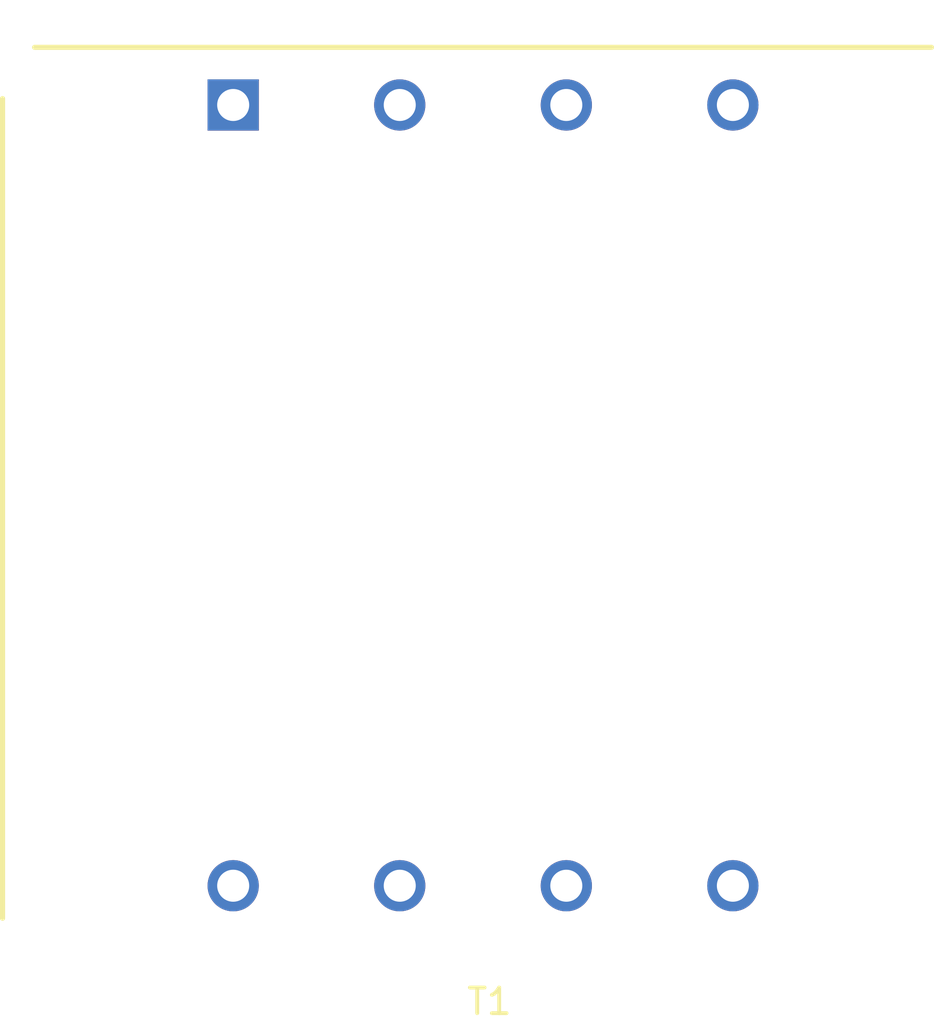
<source format=kicad_pcb>
(kicad_pcb (version 20171130) (host pcbnew "(5.1.5-0-10_14)")

  (general
    (thickness 1.6)
    (drawings 0)
    (tracks 0)
    (zones 0)
    (modules 1)
    (nets 1)
  )

  (page USLetter)
  (title_block
    (title "Pellet Zealot Driver Board")
    (date 2019-12-13)
    (rev v0.0.0)
    (company "Pellet Zealot")
    (comment 1 "Licensed under the Apache License, Version 2.0.")
    (comment 2 "Gabriel Gunderson")
  )

  (layers
    (0 F.Cu signal)
    (31 B.Cu signal)
    (32 B.Adhes user)
    (33 F.Adhes user)
    (34 B.Paste user)
    (35 F.Paste user)
    (36 B.SilkS user)
    (37 F.SilkS user)
    (38 B.Mask user)
    (39 F.Mask user)
    (40 Dwgs.User user)
    (41 Cmts.User user)
    (42 Eco1.User user)
    (43 Eco2.User user)
    (44 Edge.Cuts user)
    (45 Margin user)
    (46 B.CrtYd user)
    (47 F.CrtYd user)
    (48 B.Fab user)
    (49 F.Fab user)
  )

  (setup
    (last_trace_width 0.25)
    (trace_clearance 0.2)
    (zone_clearance 0.508)
    (zone_45_only no)
    (trace_min 0.2)
    (via_size 0.8)
    (via_drill 0.4)
    (via_min_size 0.4)
    (via_min_drill 0.3)
    (uvia_size 0.3)
    (uvia_drill 0.1)
    (uvias_allowed no)
    (uvia_min_size 0.2)
    (uvia_min_drill 0.1)
    (edge_width 0.05)
    (segment_width 0.2)
    (pcb_text_width 0.3)
    (pcb_text_size 1.5 1.5)
    (mod_edge_width 0.12)
    (mod_text_size 1 1)
    (mod_text_width 0.15)
    (pad_size 1.524 1.524)
    (pad_drill 0.762)
    (pad_to_mask_clearance 0.051)
    (solder_mask_min_width 0.25)
    (aux_axis_origin 0 0)
    (visible_elements FFFFFF7F)
    (pcbplotparams
      (layerselection 0x010fc_ffffffff)
      (usegerberextensions false)
      (usegerberattributes false)
      (usegerberadvancedattributes false)
      (creategerberjobfile false)
      (excludeedgelayer true)
      (linewidth 0.100000)
      (plotframeref false)
      (viasonmask false)
      (mode 1)
      (useauxorigin false)
      (hpglpennumber 1)
      (hpglpenspeed 20)
      (hpglpendiameter 15.000000)
      (psnegative false)
      (psa4output false)
      (plotreference true)
      (plotvalue true)
      (plotinvisibletext false)
      (padsonsilk false)
      (subtractmaskfromsilk false)
      (outputformat 1)
      (mirror false)
      (drillshape 1)
      (scaleselection 1)
      (outputdirectory ""))
  )

  (net 0 "")

  (net_class Default "This is the default net class."
    (clearance 0.2)
    (trace_width 0.25)
    (via_dia 0.8)
    (via_drill 0.4)
    (uvia_dia 0.3)
    (uvia_drill 0.1)
    (add_net "Net-(T1-Pad1)")
    (add_net "Net-(T1-Pad2)")
    (add_net "Net-(T1-Pad3)")
    (add_net "Net-(T1-Pad4)")
    (add_net "Net-(T1-Pad5)")
    (add_net "Net-(T1-Pad6)")
    (add_net "Net-(T1-Pad7)")
    (add_net "Net-(T1-Pad8)")
  )

  (module pz-hardware-driver:FS10-250-C2 (layer F.Cu) (tedit 5E3FC1E3) (tstamp 5E40159A)
    (at 112.55 102.2)
    (path /5E3FCC78)
    (fp_text reference T1 (at 0 20.5) (layer F.SilkS)
      (effects (font (size 1 1) (thickness 0.15)))
    )
    (fp_text value FS10-250-C2 (at 0 -17.75) (layer F.Fab)
      (effects (font (size 1 1) (thickness 0.15)))
    )
    (fp_line (start -19 17.25) (end -19 -14.75) (layer F.SilkS) (width 0.2))
    (fp_line (start -17.75 -16.75) (end 17.25 -16.75) (layer F.SilkS) (width 0.2))
    (pad 8 thru_hole circle (at 9.5 -14.5) (size 2 2) (drill 1.25) (layers *.Cu *.Mask))
    (pad 7 thru_hole circle (at 3 -14.5) (size 2 2) (drill 1.25) (layers *.Cu *.Mask))
    (pad 6 thru_hole circle (at -3.5 -14.5) (size 2 2) (drill 1.25) (layers *.Cu *.Mask))
    (pad 5 thru_hole circle (at -10 15.98) (size 2 2) (drill 1.25) (layers *.Cu *.Mask))
    (pad 4 thru_hole circle (at 9.5 15.98) (size 2 2) (drill 1.25) (layers *.Cu *.Mask))
    (pad 3 thru_hole circle (at 3 15.98) (size 2 2) (drill 1.25) (layers *.Cu *.Mask))
    (pad 2 thru_hole circle (at -3.5 15.98) (size 2 2) (drill 1.25) (layers *.Cu *.Mask))
    (pad 1 thru_hole rect (at -10 -14.5) (size 2 2) (drill 1.25) (layers *.Cu *.Mask))
    (model ${KIPRJMOD}/models/FS10-250.step
      (at (xyz 0 0 0))
      (scale (xyz 1 1 1))
      (rotate (xyz 0 0 0))
    )
  )

)

</source>
